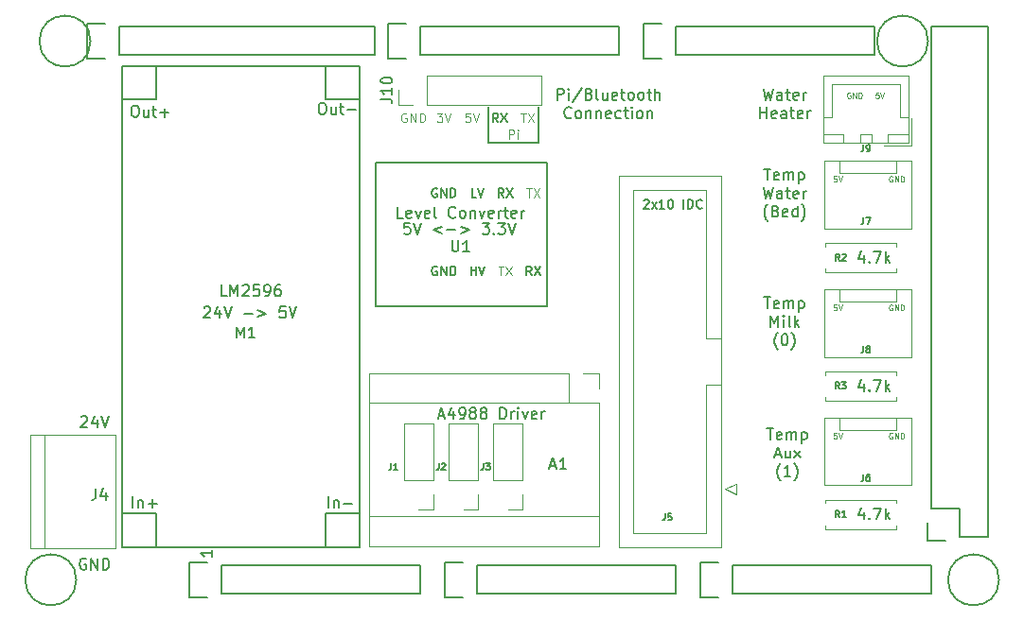
<source format=gto>
G04 #@! TF.GenerationSoftware,KiCad,Pcbnew,5.1.6-c6e7f7d~87~ubuntu18.04.1*
G04 #@! TF.CreationDate,2021-05-18T20:00:01+01:00*
G04 #@! TF.ProjectId,CheeseShield,43686565-7365-4536-9869-656c642e6b69,rev?*
G04 #@! TF.SameCoordinates,Original*
G04 #@! TF.FileFunction,Legend,Top*
G04 #@! TF.FilePolarity,Positive*
%FSLAX46Y46*%
G04 Gerber Fmt 4.6, Leading zero omitted, Abs format (unit mm)*
G04 Created by KiCad (PCBNEW 5.1.6-c6e7f7d~87~ubuntu18.04.1) date 2021-05-18 20:00:01*
%MOMM*%
%LPD*%
G01*
G04 APERTURE LIST*
%ADD10C,0.150000*%
%ADD11C,0.125000*%
%ADD12C,0.100000*%
%ADD13C,0.200000*%
%ADD14C,0.120000*%
G04 APERTURE END LIST*
D10*
X86366666Y-7861904D02*
X86100000Y-7480952D01*
X85909523Y-7861904D02*
X85909523Y-7061904D01*
X86214285Y-7061904D01*
X86290476Y-7100000D01*
X86328571Y-7138095D01*
X86366666Y-7214285D01*
X86366666Y-7328571D01*
X86328571Y-7404761D01*
X86290476Y-7442857D01*
X86214285Y-7480952D01*
X85909523Y-7480952D01*
X86633333Y-7061904D02*
X87166666Y-7861904D01*
X87166666Y-7061904D02*
X86633333Y-7861904D01*
D11*
X83390476Y-7061904D02*
X83847619Y-7061904D01*
X83619047Y-7861904D02*
X83619047Y-7061904D01*
X84038095Y-7061904D02*
X84571428Y-7861904D01*
X84571428Y-7061904D02*
X84038095Y-7861904D01*
D10*
X83866666Y-861904D02*
X83600000Y-480952D01*
X83409523Y-861904D02*
X83409523Y-61904D01*
X83714285Y-61904D01*
X83790476Y-100000D01*
X83828571Y-138095D01*
X83866666Y-214285D01*
X83866666Y-328571D01*
X83828571Y-404761D01*
X83790476Y-442857D01*
X83714285Y-480952D01*
X83409523Y-480952D01*
X84133333Y-61904D02*
X84666666Y-861904D01*
X84666666Y-61904D02*
X84133333Y-861904D01*
D11*
X85890476Y-61904D02*
X86347619Y-61904D01*
X86119047Y-861904D02*
X86119047Y-61904D01*
X86538095Y-61904D02*
X87071428Y-861904D01*
X87071428Y-61904D02*
X86538095Y-861904D01*
D10*
X88654761Y7872619D02*
X88654761Y8872619D01*
X89035714Y8872619D01*
X89130952Y8825000D01*
X89178571Y8777380D01*
X89226190Y8682142D01*
X89226190Y8539285D01*
X89178571Y8444047D01*
X89130952Y8396428D01*
X89035714Y8348809D01*
X88654761Y8348809D01*
X89654761Y7872619D02*
X89654761Y8539285D01*
X89654761Y8872619D02*
X89607142Y8825000D01*
X89654761Y8777380D01*
X89702380Y8825000D01*
X89654761Y8872619D01*
X89654761Y8777380D01*
X90845238Y8920238D02*
X89988095Y7634523D01*
X91511904Y8396428D02*
X91654761Y8348809D01*
X91702380Y8301190D01*
X91750000Y8205952D01*
X91750000Y8063095D01*
X91702380Y7967857D01*
X91654761Y7920238D01*
X91559523Y7872619D01*
X91178571Y7872619D01*
X91178571Y8872619D01*
X91511904Y8872619D01*
X91607142Y8825000D01*
X91654761Y8777380D01*
X91702380Y8682142D01*
X91702380Y8586904D01*
X91654761Y8491666D01*
X91607142Y8444047D01*
X91511904Y8396428D01*
X91178571Y8396428D01*
X92321428Y7872619D02*
X92226190Y7920238D01*
X92178571Y8015476D01*
X92178571Y8872619D01*
X93130952Y8539285D02*
X93130952Y7872619D01*
X92702380Y8539285D02*
X92702380Y8015476D01*
X92750000Y7920238D01*
X92845238Y7872619D01*
X92988095Y7872619D01*
X93083333Y7920238D01*
X93130952Y7967857D01*
X93988095Y7920238D02*
X93892857Y7872619D01*
X93702380Y7872619D01*
X93607142Y7920238D01*
X93559523Y8015476D01*
X93559523Y8396428D01*
X93607142Y8491666D01*
X93702380Y8539285D01*
X93892857Y8539285D01*
X93988095Y8491666D01*
X94035714Y8396428D01*
X94035714Y8301190D01*
X93559523Y8205952D01*
X94321428Y8539285D02*
X94702380Y8539285D01*
X94464285Y8872619D02*
X94464285Y8015476D01*
X94511904Y7920238D01*
X94607142Y7872619D01*
X94702380Y7872619D01*
X95178571Y7872619D02*
X95083333Y7920238D01*
X95035714Y7967857D01*
X94988095Y8063095D01*
X94988095Y8348809D01*
X95035714Y8444047D01*
X95083333Y8491666D01*
X95178571Y8539285D01*
X95321428Y8539285D01*
X95416666Y8491666D01*
X95464285Y8444047D01*
X95511904Y8348809D01*
X95511904Y8063095D01*
X95464285Y7967857D01*
X95416666Y7920238D01*
X95321428Y7872619D01*
X95178571Y7872619D01*
X96083333Y7872619D02*
X95988095Y7920238D01*
X95940476Y7967857D01*
X95892857Y8063095D01*
X95892857Y8348809D01*
X95940476Y8444047D01*
X95988095Y8491666D01*
X96083333Y8539285D01*
X96226190Y8539285D01*
X96321428Y8491666D01*
X96369047Y8444047D01*
X96416666Y8348809D01*
X96416666Y8063095D01*
X96369047Y7967857D01*
X96321428Y7920238D01*
X96226190Y7872619D01*
X96083333Y7872619D01*
X96702380Y8539285D02*
X97083333Y8539285D01*
X96845238Y8872619D02*
X96845238Y8015476D01*
X96892857Y7920238D01*
X96988095Y7872619D01*
X97083333Y7872619D01*
X97416666Y7872619D02*
X97416666Y8872619D01*
X97845238Y7872619D02*
X97845238Y8396428D01*
X97797619Y8491666D01*
X97702380Y8539285D01*
X97559523Y8539285D01*
X97464285Y8491666D01*
X97416666Y8444047D01*
X89916666Y6317857D02*
X89869047Y6270238D01*
X89726190Y6222619D01*
X89630952Y6222619D01*
X89488095Y6270238D01*
X89392857Y6365476D01*
X89345238Y6460714D01*
X89297619Y6651190D01*
X89297619Y6794047D01*
X89345238Y6984523D01*
X89392857Y7079761D01*
X89488095Y7175000D01*
X89630952Y7222619D01*
X89726190Y7222619D01*
X89869047Y7175000D01*
X89916666Y7127380D01*
X90488095Y6222619D02*
X90392857Y6270238D01*
X90345238Y6317857D01*
X90297619Y6413095D01*
X90297619Y6698809D01*
X90345238Y6794047D01*
X90392857Y6841666D01*
X90488095Y6889285D01*
X90630952Y6889285D01*
X90726190Y6841666D01*
X90773809Y6794047D01*
X90821428Y6698809D01*
X90821428Y6413095D01*
X90773809Y6317857D01*
X90726190Y6270238D01*
X90630952Y6222619D01*
X90488095Y6222619D01*
X91250000Y6889285D02*
X91250000Y6222619D01*
X91250000Y6794047D02*
X91297619Y6841666D01*
X91392857Y6889285D01*
X91535714Y6889285D01*
X91630952Y6841666D01*
X91678571Y6746428D01*
X91678571Y6222619D01*
X92154761Y6889285D02*
X92154761Y6222619D01*
X92154761Y6794047D02*
X92202380Y6841666D01*
X92297619Y6889285D01*
X92440476Y6889285D01*
X92535714Y6841666D01*
X92583333Y6746428D01*
X92583333Y6222619D01*
X93440476Y6270238D02*
X93345238Y6222619D01*
X93154761Y6222619D01*
X93059523Y6270238D01*
X93011904Y6365476D01*
X93011904Y6746428D01*
X93059523Y6841666D01*
X93154761Y6889285D01*
X93345238Y6889285D01*
X93440476Y6841666D01*
X93488095Y6746428D01*
X93488095Y6651190D01*
X93011904Y6555952D01*
X94345238Y6270238D02*
X94250000Y6222619D01*
X94059523Y6222619D01*
X93964285Y6270238D01*
X93916666Y6317857D01*
X93869047Y6413095D01*
X93869047Y6698809D01*
X93916666Y6794047D01*
X93964285Y6841666D01*
X94059523Y6889285D01*
X94250000Y6889285D01*
X94345238Y6841666D01*
X94630952Y6889285D02*
X95011904Y6889285D01*
X94773809Y7222619D02*
X94773809Y6365476D01*
X94821428Y6270238D01*
X94916666Y6222619D01*
X95011904Y6222619D01*
X95345238Y6222619D02*
X95345238Y6889285D01*
X95345238Y7222619D02*
X95297619Y7175000D01*
X95345238Y7127380D01*
X95392857Y7175000D01*
X95345238Y7222619D01*
X95345238Y7127380D01*
X95964285Y6222619D02*
X95869047Y6270238D01*
X95821428Y6317857D01*
X95773809Y6413095D01*
X95773809Y6698809D01*
X95821428Y6794047D01*
X95869047Y6841666D01*
X95964285Y6889285D01*
X96107142Y6889285D01*
X96202380Y6841666D01*
X96250000Y6794047D01*
X96297619Y6698809D01*
X96297619Y6413095D01*
X96250000Y6317857D01*
X96202380Y6270238D01*
X96107142Y6222619D01*
X95964285Y6222619D01*
X96726190Y6889285D02*
X96726190Y6222619D01*
X96726190Y6794047D02*
X96773809Y6841666D01*
X96869047Y6889285D01*
X97011904Y6889285D01*
X97107142Y6841666D01*
X97154761Y6746428D01*
X97154761Y6222619D01*
X67547619Y7597619D02*
X67738095Y7597619D01*
X67833333Y7550000D01*
X67928571Y7454761D01*
X67976190Y7264285D01*
X67976190Y6930952D01*
X67928571Y6740476D01*
X67833333Y6645238D01*
X67738095Y6597619D01*
X67547619Y6597619D01*
X67452380Y6645238D01*
X67357142Y6740476D01*
X67309523Y6930952D01*
X67309523Y7264285D01*
X67357142Y7454761D01*
X67452380Y7550000D01*
X67547619Y7597619D01*
X68833333Y7264285D02*
X68833333Y6597619D01*
X68404761Y7264285D02*
X68404761Y6740476D01*
X68452380Y6645238D01*
X68547619Y6597619D01*
X68690476Y6597619D01*
X68785714Y6645238D01*
X68833333Y6692857D01*
X69166666Y7264285D02*
X69547619Y7264285D01*
X69309523Y7597619D02*
X69309523Y6740476D01*
X69357142Y6645238D01*
X69452380Y6597619D01*
X69547619Y6597619D01*
X69880952Y6978571D02*
X70642857Y6978571D01*
X96390476Y-1138095D02*
X96428571Y-1100000D01*
X96504761Y-1061904D01*
X96695238Y-1061904D01*
X96771428Y-1100000D01*
X96809523Y-1138095D01*
X96847619Y-1214285D01*
X96847619Y-1290476D01*
X96809523Y-1404761D01*
X96352380Y-1861904D01*
X96847619Y-1861904D01*
X97114285Y-1861904D02*
X97533333Y-1328571D01*
X97114285Y-1328571D02*
X97533333Y-1861904D01*
X98257142Y-1861904D02*
X97800000Y-1861904D01*
X98028571Y-1861904D02*
X98028571Y-1061904D01*
X97952380Y-1176190D01*
X97876190Y-1252380D01*
X97800000Y-1290476D01*
X98752380Y-1061904D02*
X98828571Y-1061904D01*
X98904761Y-1100000D01*
X98942857Y-1138095D01*
X98980952Y-1214285D01*
X99019047Y-1366666D01*
X99019047Y-1557142D01*
X98980952Y-1709523D01*
X98942857Y-1785714D01*
X98904761Y-1823809D01*
X98828571Y-1861904D01*
X98752380Y-1861904D01*
X98676190Y-1823809D01*
X98638095Y-1785714D01*
X98600000Y-1709523D01*
X98561904Y-1557142D01*
X98561904Y-1366666D01*
X98600000Y-1214285D01*
X98638095Y-1138095D01*
X98676190Y-1100000D01*
X98752380Y-1061904D01*
X99971428Y-1861904D02*
X99971428Y-1061904D01*
X100352380Y-1861904D02*
X100352380Y-1061904D01*
X100542857Y-1061904D01*
X100657142Y-1100000D01*
X100733333Y-1176190D01*
X100771428Y-1252380D01*
X100809523Y-1404761D01*
X100809523Y-1519047D01*
X100771428Y-1671428D01*
X100733333Y-1747619D01*
X100657142Y-1823809D01*
X100542857Y-1861904D01*
X100352380Y-1861904D01*
X101609523Y-1785714D02*
X101571428Y-1823809D01*
X101457142Y-1861904D01*
X101380952Y-1861904D01*
X101266666Y-1823809D01*
X101190476Y-1747619D01*
X101152380Y-1671428D01*
X101114285Y-1519047D01*
X101114285Y-1404761D01*
X101152380Y-1252380D01*
X101190476Y-1176190D01*
X101266666Y-1100000D01*
X101380952Y-1061904D01*
X101457142Y-1061904D01*
X101571428Y-1100000D01*
X101609523Y-1138095D01*
X75471428Y-3152380D02*
X74995238Y-3152380D01*
X74947619Y-3628571D01*
X74995238Y-3580952D01*
X75090476Y-3533333D01*
X75328571Y-3533333D01*
X75423809Y-3580952D01*
X75471428Y-3628571D01*
X75519047Y-3723809D01*
X75519047Y-3961904D01*
X75471428Y-4057142D01*
X75423809Y-4104761D01*
X75328571Y-4152380D01*
X75090476Y-4152380D01*
X74995238Y-4104761D01*
X74947619Y-4057142D01*
X75804761Y-3152380D02*
X76138095Y-4152380D01*
X76471428Y-3152380D01*
X78328571Y-3485714D02*
X77566666Y-3771428D01*
X78328571Y-4057142D01*
X78804761Y-3771428D02*
X79566666Y-3771428D01*
X80042857Y-3485714D02*
X80804761Y-3771428D01*
X80042857Y-4057142D01*
X81947619Y-3152380D02*
X82566666Y-3152380D01*
X82233333Y-3533333D01*
X82376190Y-3533333D01*
X82471428Y-3580952D01*
X82519047Y-3628571D01*
X82566666Y-3723809D01*
X82566666Y-3961904D01*
X82519047Y-4057142D01*
X82471428Y-4104761D01*
X82376190Y-4152380D01*
X82090476Y-4152380D01*
X81995238Y-4104761D01*
X81947619Y-4057142D01*
X82995238Y-4057142D02*
X83042857Y-4104761D01*
X82995238Y-4152380D01*
X82947619Y-4104761D01*
X82995238Y-4057142D01*
X82995238Y-4152380D01*
X83376190Y-3152380D02*
X83995238Y-3152380D01*
X83661904Y-3533333D01*
X83804761Y-3533333D01*
X83900000Y-3580952D01*
X83947619Y-3628571D01*
X83995238Y-3723809D01*
X83995238Y-3961904D01*
X83947619Y-4057142D01*
X83900000Y-4104761D01*
X83804761Y-4152380D01*
X83519047Y-4152380D01*
X83423809Y-4104761D01*
X83376190Y-4057142D01*
X84280952Y-3152380D02*
X84614285Y-4152380D01*
X84947619Y-3152380D01*
X74880952Y-2702380D02*
X74404761Y-2702380D01*
X74404761Y-1702380D01*
X75595238Y-2654761D02*
X75500000Y-2702380D01*
X75309523Y-2702380D01*
X75214285Y-2654761D01*
X75166666Y-2559523D01*
X75166666Y-2178571D01*
X75214285Y-2083333D01*
X75309523Y-2035714D01*
X75500000Y-2035714D01*
X75595238Y-2083333D01*
X75642857Y-2178571D01*
X75642857Y-2273809D01*
X75166666Y-2369047D01*
X75976190Y-2035714D02*
X76214285Y-2702380D01*
X76452380Y-2035714D01*
X77214285Y-2654761D02*
X77119047Y-2702380D01*
X76928571Y-2702380D01*
X76833333Y-2654761D01*
X76785714Y-2559523D01*
X76785714Y-2178571D01*
X76833333Y-2083333D01*
X76928571Y-2035714D01*
X77119047Y-2035714D01*
X77214285Y-2083333D01*
X77261904Y-2178571D01*
X77261904Y-2273809D01*
X76785714Y-2369047D01*
X77833333Y-2702380D02*
X77738095Y-2654761D01*
X77690476Y-2559523D01*
X77690476Y-1702380D01*
X79547619Y-2607142D02*
X79500000Y-2654761D01*
X79357142Y-2702380D01*
X79261904Y-2702380D01*
X79119047Y-2654761D01*
X79023809Y-2559523D01*
X78976190Y-2464285D01*
X78928571Y-2273809D01*
X78928571Y-2130952D01*
X78976190Y-1940476D01*
X79023809Y-1845238D01*
X79119047Y-1750000D01*
X79261904Y-1702380D01*
X79357142Y-1702380D01*
X79500000Y-1750000D01*
X79547619Y-1797619D01*
X80119047Y-2702380D02*
X80023809Y-2654761D01*
X79976190Y-2607142D01*
X79928571Y-2511904D01*
X79928571Y-2226190D01*
X79976190Y-2130952D01*
X80023809Y-2083333D01*
X80119047Y-2035714D01*
X80261904Y-2035714D01*
X80357142Y-2083333D01*
X80404761Y-2130952D01*
X80452380Y-2226190D01*
X80452380Y-2511904D01*
X80404761Y-2607142D01*
X80357142Y-2654761D01*
X80261904Y-2702380D01*
X80119047Y-2702380D01*
X80880952Y-2035714D02*
X80880952Y-2702380D01*
X80880952Y-2130952D02*
X80928571Y-2083333D01*
X81023809Y-2035714D01*
X81166666Y-2035714D01*
X81261904Y-2083333D01*
X81309523Y-2178571D01*
X81309523Y-2702380D01*
X81690476Y-2035714D02*
X81928571Y-2702380D01*
X82166666Y-2035714D01*
X82928571Y-2654761D02*
X82833333Y-2702380D01*
X82642857Y-2702380D01*
X82547619Y-2654761D01*
X82500000Y-2559523D01*
X82500000Y-2178571D01*
X82547619Y-2083333D01*
X82642857Y-2035714D01*
X82833333Y-2035714D01*
X82928571Y-2083333D01*
X82976190Y-2178571D01*
X82976190Y-2273809D01*
X82500000Y-2369047D01*
X83404761Y-2702380D02*
X83404761Y-2035714D01*
X83404761Y-2226190D02*
X83452380Y-2130952D01*
X83500000Y-2083333D01*
X83595238Y-2035714D01*
X83690476Y-2035714D01*
X83880952Y-2035714D02*
X84261904Y-2035714D01*
X84023809Y-1702380D02*
X84023809Y-2559523D01*
X84071428Y-2654761D01*
X84166666Y-2702380D01*
X84261904Y-2702380D01*
X84976190Y-2654761D02*
X84880952Y-2702380D01*
X84690476Y-2702380D01*
X84595238Y-2654761D01*
X84547619Y-2559523D01*
X84547619Y-2178571D01*
X84595238Y-2083333D01*
X84690476Y-2035714D01*
X84880952Y-2035714D01*
X84976190Y-2083333D01*
X85023809Y-2178571D01*
X85023809Y-2273809D01*
X84547619Y-2369047D01*
X85452380Y-2702380D02*
X85452380Y-2035714D01*
X85452380Y-2226190D02*
X85500000Y-2130952D01*
X85547619Y-2083333D01*
X85642857Y-2035714D01*
X85738095Y-2035714D01*
X87000000Y4000000D02*
X87000000Y7250000D01*
X82500000Y4000000D02*
X87000000Y4000000D01*
X82500000Y7250000D02*
X82500000Y4000000D01*
D11*
X84350000Y4388095D02*
X84350000Y5188095D01*
X84654761Y5188095D01*
X84730952Y5150000D01*
X84769047Y5111904D01*
X84807142Y5035714D01*
X84807142Y4921428D01*
X84769047Y4845238D01*
X84730952Y4807142D01*
X84654761Y4769047D01*
X84350000Y4769047D01*
X85150000Y4388095D02*
X85150000Y4921428D01*
X85150000Y5188095D02*
X85111904Y5150000D01*
X85150000Y5111904D01*
X85188095Y5150000D01*
X85150000Y5188095D01*
X85150000Y5111904D01*
X77890476Y6688095D02*
X78385714Y6688095D01*
X78119047Y6383333D01*
X78233333Y6383333D01*
X78309523Y6345238D01*
X78347619Y6307142D01*
X78385714Y6230952D01*
X78385714Y6040476D01*
X78347619Y5964285D01*
X78309523Y5926190D01*
X78233333Y5888095D01*
X78004761Y5888095D01*
X77928571Y5926190D01*
X77890476Y5964285D01*
X78614285Y6688095D02*
X78880952Y5888095D01*
X79147619Y6688095D01*
D10*
X83366666Y5888095D02*
X83100000Y6269047D01*
X82909523Y5888095D02*
X82909523Y6688095D01*
X83214285Y6688095D01*
X83290476Y6650000D01*
X83328571Y6611904D01*
X83366666Y6535714D01*
X83366666Y6421428D01*
X83328571Y6345238D01*
X83290476Y6307142D01*
X83214285Y6269047D01*
X82909523Y6269047D01*
X83633333Y6688095D02*
X84166666Y5888095D01*
X84166666Y6688095D02*
X83633333Y5888095D01*
D11*
X85390476Y6688095D02*
X85847619Y6688095D01*
X85619047Y5888095D02*
X85619047Y6688095D01*
X86038095Y6688095D02*
X86571428Y5888095D01*
X86571428Y6688095D02*
X86038095Y5888095D01*
X75140476Y6650000D02*
X75064285Y6688095D01*
X74950000Y6688095D01*
X74835714Y6650000D01*
X74759523Y6573809D01*
X74721428Y6497619D01*
X74683333Y6345238D01*
X74683333Y6230952D01*
X74721428Y6078571D01*
X74759523Y6002380D01*
X74835714Y5926190D01*
X74950000Y5888095D01*
X75026190Y5888095D01*
X75140476Y5926190D01*
X75178571Y5964285D01*
X75178571Y6230952D01*
X75026190Y6230952D01*
X75521428Y5888095D02*
X75521428Y6688095D01*
X75978571Y5888095D01*
X75978571Y6688095D01*
X76359523Y5888095D02*
X76359523Y6688095D01*
X76550000Y6688095D01*
X76664285Y6650000D01*
X76740476Y6573809D01*
X76778571Y6497619D01*
X76816666Y6345238D01*
X76816666Y6230952D01*
X76778571Y6078571D01*
X76740476Y6002380D01*
X76664285Y5926190D01*
X76550000Y5888095D01*
X76359523Y5888095D01*
X80847619Y6688095D02*
X80466666Y6688095D01*
X80428571Y6307142D01*
X80466666Y6345238D01*
X80542857Y6383333D01*
X80733333Y6383333D01*
X80809523Y6345238D01*
X80847619Y6307142D01*
X80885714Y6230952D01*
X80885714Y6040476D01*
X80847619Y5964285D01*
X80809523Y5926190D01*
X80733333Y5888095D01*
X80542857Y5888095D01*
X80466666Y5926190D01*
X80428571Y5964285D01*
X81114285Y6688095D02*
X81380952Y5888095D01*
X81647619Y6688095D01*
D12*
X113654761Y1023809D02*
X113416666Y1023809D01*
X113392857Y785714D01*
X113416666Y809523D01*
X113464285Y833333D01*
X113583333Y833333D01*
X113630952Y809523D01*
X113654761Y785714D01*
X113678571Y738095D01*
X113678571Y619047D01*
X113654761Y571428D01*
X113630952Y547619D01*
X113583333Y523809D01*
X113464285Y523809D01*
X113416666Y547619D01*
X113392857Y571428D01*
X113821428Y1023809D02*
X113988095Y523809D01*
X114154761Y1023809D01*
X113654761Y-10476190D02*
X113416666Y-10476190D01*
X113392857Y-10714285D01*
X113416666Y-10690476D01*
X113464285Y-10666666D01*
X113583333Y-10666666D01*
X113630952Y-10690476D01*
X113654761Y-10714285D01*
X113678571Y-10761904D01*
X113678571Y-10880952D01*
X113654761Y-10928571D01*
X113630952Y-10952380D01*
X113583333Y-10976190D01*
X113464285Y-10976190D01*
X113416666Y-10952380D01*
X113392857Y-10928571D01*
X113821428Y-10476190D02*
X113988095Y-10976190D01*
X114154761Y-10476190D01*
X113654761Y-21976190D02*
X113416666Y-21976190D01*
X113392857Y-22214285D01*
X113416666Y-22190476D01*
X113464285Y-22166666D01*
X113583333Y-22166666D01*
X113630952Y-22190476D01*
X113654761Y-22214285D01*
X113678571Y-22261904D01*
X113678571Y-22380952D01*
X113654761Y-22428571D01*
X113630952Y-22452380D01*
X113583333Y-22476190D01*
X113464285Y-22476190D01*
X113416666Y-22452380D01*
X113392857Y-22428571D01*
X113821428Y-21976190D02*
X113988095Y-22476190D01*
X114154761Y-21976190D01*
X118619047Y-22000000D02*
X118571428Y-21976190D01*
X118500000Y-21976190D01*
X118428571Y-22000000D01*
X118380952Y-22047619D01*
X118357142Y-22095238D01*
X118333333Y-22190476D01*
X118333333Y-22261904D01*
X118357142Y-22357142D01*
X118380952Y-22404761D01*
X118428571Y-22452380D01*
X118500000Y-22476190D01*
X118547619Y-22476190D01*
X118619047Y-22452380D01*
X118642857Y-22428571D01*
X118642857Y-22261904D01*
X118547619Y-22261904D01*
X118857142Y-22476190D02*
X118857142Y-21976190D01*
X119142857Y-22476190D01*
X119142857Y-21976190D01*
X119380952Y-22476190D02*
X119380952Y-21976190D01*
X119500000Y-21976190D01*
X119571428Y-22000000D01*
X119619047Y-22047619D01*
X119642857Y-22095238D01*
X119666666Y-22190476D01*
X119666666Y-22261904D01*
X119642857Y-22357142D01*
X119619047Y-22404761D01*
X119571428Y-22452380D01*
X119500000Y-22476190D01*
X119380952Y-22476190D01*
X118619047Y-10500000D02*
X118571428Y-10476190D01*
X118500000Y-10476190D01*
X118428571Y-10500000D01*
X118380952Y-10547619D01*
X118357142Y-10595238D01*
X118333333Y-10690476D01*
X118333333Y-10761904D01*
X118357142Y-10857142D01*
X118380952Y-10904761D01*
X118428571Y-10952380D01*
X118500000Y-10976190D01*
X118547619Y-10976190D01*
X118619047Y-10952380D01*
X118642857Y-10928571D01*
X118642857Y-10761904D01*
X118547619Y-10761904D01*
X118857142Y-10976190D02*
X118857142Y-10476190D01*
X119142857Y-10976190D01*
X119142857Y-10476190D01*
X119380952Y-10976190D02*
X119380952Y-10476190D01*
X119500000Y-10476190D01*
X119571428Y-10500000D01*
X119619047Y-10547619D01*
X119642857Y-10595238D01*
X119666666Y-10690476D01*
X119666666Y-10761904D01*
X119642857Y-10857142D01*
X119619047Y-10904761D01*
X119571428Y-10952380D01*
X119500000Y-10976190D01*
X119380952Y-10976190D01*
X118619047Y1000000D02*
X118571428Y1023809D01*
X118500000Y1023809D01*
X118428571Y1000000D01*
X118380952Y952380D01*
X118357142Y904761D01*
X118333333Y809523D01*
X118333333Y738095D01*
X118357142Y642857D01*
X118380952Y595238D01*
X118428571Y547619D01*
X118500000Y523809D01*
X118547619Y523809D01*
X118619047Y547619D01*
X118642857Y571428D01*
X118642857Y738095D01*
X118547619Y738095D01*
X118857142Y523809D02*
X118857142Y1023809D01*
X119142857Y523809D01*
X119142857Y1023809D01*
X119380952Y523809D02*
X119380952Y1023809D01*
X119500000Y1023809D01*
X119571428Y1000000D01*
X119619047Y952380D01*
X119642857Y904761D01*
X119666666Y809523D01*
X119666666Y738095D01*
X119642857Y642857D01*
X119619047Y595238D01*
X119571428Y547619D01*
X119500000Y523809D01*
X119380952Y523809D01*
D11*
X117404761Y8523809D02*
X117166666Y8523809D01*
X117142857Y8285714D01*
X117166666Y8309523D01*
X117214285Y8333333D01*
X117333333Y8333333D01*
X117380952Y8309523D01*
X117404761Y8285714D01*
X117428571Y8238095D01*
X117428571Y8119047D01*
X117404761Y8071428D01*
X117380952Y8047619D01*
X117333333Y8023809D01*
X117214285Y8023809D01*
X117166666Y8047619D01*
X117142857Y8071428D01*
X117571428Y8523809D02*
X117738095Y8023809D01*
X117904761Y8523809D01*
D12*
X114869047Y8500000D02*
X114821428Y8523809D01*
X114750000Y8523809D01*
X114678571Y8500000D01*
X114630952Y8452380D01*
X114607142Y8404761D01*
X114583333Y8309523D01*
X114583333Y8238095D01*
X114607142Y8142857D01*
X114630952Y8095238D01*
X114678571Y8047619D01*
X114750000Y8023809D01*
X114797619Y8023809D01*
X114869047Y8047619D01*
X114892857Y8071428D01*
X114892857Y8238095D01*
X114797619Y8238095D01*
X115107142Y8023809D02*
X115107142Y8523809D01*
X115392857Y8023809D01*
X115392857Y8523809D01*
X115630952Y8023809D02*
X115630952Y8523809D01*
X115750000Y8523809D01*
X115821428Y8500000D01*
X115869047Y8452380D01*
X115892857Y8404761D01*
X115916666Y8309523D01*
X115916666Y8238095D01*
X115892857Y8142857D01*
X115869047Y8095238D01*
X115821428Y8047619D01*
X115750000Y8023809D01*
X115630952Y8023809D01*
D10*
X78059523Y-20416666D02*
X78535714Y-20416666D01*
X77964285Y-20702380D02*
X78297619Y-19702380D01*
X78630952Y-20702380D01*
X79392857Y-20035714D02*
X79392857Y-20702380D01*
X79154761Y-19654761D02*
X78916666Y-20369047D01*
X79535714Y-20369047D01*
X79964285Y-20702380D02*
X80154761Y-20702380D01*
X80250000Y-20654761D01*
X80297619Y-20607142D01*
X80392857Y-20464285D01*
X80440476Y-20273809D01*
X80440476Y-19892857D01*
X80392857Y-19797619D01*
X80345238Y-19750000D01*
X80250000Y-19702380D01*
X80059523Y-19702380D01*
X79964285Y-19750000D01*
X79916666Y-19797619D01*
X79869047Y-19892857D01*
X79869047Y-20130952D01*
X79916666Y-20226190D01*
X79964285Y-20273809D01*
X80059523Y-20321428D01*
X80250000Y-20321428D01*
X80345238Y-20273809D01*
X80392857Y-20226190D01*
X80440476Y-20130952D01*
X81011904Y-20130952D02*
X80916666Y-20083333D01*
X80869047Y-20035714D01*
X80821428Y-19940476D01*
X80821428Y-19892857D01*
X80869047Y-19797619D01*
X80916666Y-19750000D01*
X81011904Y-19702380D01*
X81202380Y-19702380D01*
X81297619Y-19750000D01*
X81345238Y-19797619D01*
X81392857Y-19892857D01*
X81392857Y-19940476D01*
X81345238Y-20035714D01*
X81297619Y-20083333D01*
X81202380Y-20130952D01*
X81011904Y-20130952D01*
X80916666Y-20178571D01*
X80869047Y-20226190D01*
X80821428Y-20321428D01*
X80821428Y-20511904D01*
X80869047Y-20607142D01*
X80916666Y-20654761D01*
X81011904Y-20702380D01*
X81202380Y-20702380D01*
X81297619Y-20654761D01*
X81345238Y-20607142D01*
X81392857Y-20511904D01*
X81392857Y-20321428D01*
X81345238Y-20226190D01*
X81297619Y-20178571D01*
X81202380Y-20130952D01*
X81964285Y-20130952D02*
X81869047Y-20083333D01*
X81821428Y-20035714D01*
X81773809Y-19940476D01*
X81773809Y-19892857D01*
X81821428Y-19797619D01*
X81869047Y-19750000D01*
X81964285Y-19702380D01*
X82154761Y-19702380D01*
X82250000Y-19750000D01*
X82297619Y-19797619D01*
X82345238Y-19892857D01*
X82345238Y-19940476D01*
X82297619Y-20035714D01*
X82250000Y-20083333D01*
X82154761Y-20130952D01*
X81964285Y-20130952D01*
X81869047Y-20178571D01*
X81821428Y-20226190D01*
X81773809Y-20321428D01*
X81773809Y-20511904D01*
X81821428Y-20607142D01*
X81869047Y-20654761D01*
X81964285Y-20702380D01*
X82154761Y-20702380D01*
X82250000Y-20654761D01*
X82297619Y-20607142D01*
X82345238Y-20511904D01*
X82345238Y-20321428D01*
X82297619Y-20226190D01*
X82250000Y-20178571D01*
X82154761Y-20130952D01*
X83535714Y-20702380D02*
X83535714Y-19702380D01*
X83773809Y-19702380D01*
X83916666Y-19750000D01*
X84011904Y-19845238D01*
X84059523Y-19940476D01*
X84107142Y-20130952D01*
X84107142Y-20273809D01*
X84059523Y-20464285D01*
X84011904Y-20559523D01*
X83916666Y-20654761D01*
X83773809Y-20702380D01*
X83535714Y-20702380D01*
X84535714Y-20702380D02*
X84535714Y-20035714D01*
X84535714Y-20226190D02*
X84583333Y-20130952D01*
X84630952Y-20083333D01*
X84726190Y-20035714D01*
X84821428Y-20035714D01*
X85154761Y-20702380D02*
X85154761Y-20035714D01*
X85154761Y-19702380D02*
X85107142Y-19750000D01*
X85154761Y-19797619D01*
X85202380Y-19750000D01*
X85154761Y-19702380D01*
X85154761Y-19797619D01*
X85535714Y-20035714D02*
X85773809Y-20702380D01*
X86011904Y-20035714D01*
X86773809Y-20654761D02*
X86678571Y-20702380D01*
X86488095Y-20702380D01*
X86392857Y-20654761D01*
X86345238Y-20559523D01*
X86345238Y-20178571D01*
X86392857Y-20083333D01*
X86488095Y-20035714D01*
X86678571Y-20035714D01*
X86773809Y-20083333D01*
X86821428Y-20178571D01*
X86821428Y-20273809D01*
X86345238Y-20369047D01*
X87250000Y-20702380D02*
X87250000Y-20035714D01*
X87250000Y-20226190D02*
X87297619Y-20130952D01*
X87345238Y-20083333D01*
X87440476Y-20035714D01*
X87535714Y-20035714D01*
X107095238Y8872619D02*
X107333333Y7872619D01*
X107523809Y8586904D01*
X107714285Y7872619D01*
X107952380Y8872619D01*
X108761904Y7872619D02*
X108761904Y8396428D01*
X108714285Y8491666D01*
X108619047Y8539285D01*
X108428571Y8539285D01*
X108333333Y8491666D01*
X108761904Y7920238D02*
X108666666Y7872619D01*
X108428571Y7872619D01*
X108333333Y7920238D01*
X108285714Y8015476D01*
X108285714Y8110714D01*
X108333333Y8205952D01*
X108428571Y8253571D01*
X108666666Y8253571D01*
X108761904Y8301190D01*
X109095238Y8539285D02*
X109476190Y8539285D01*
X109238095Y8872619D02*
X109238095Y8015476D01*
X109285714Y7920238D01*
X109380952Y7872619D01*
X109476190Y7872619D01*
X110190476Y7920238D02*
X110095238Y7872619D01*
X109904761Y7872619D01*
X109809523Y7920238D01*
X109761904Y8015476D01*
X109761904Y8396428D01*
X109809523Y8491666D01*
X109904761Y8539285D01*
X110095238Y8539285D01*
X110190476Y8491666D01*
X110238095Y8396428D01*
X110238095Y8301190D01*
X109761904Y8205952D01*
X110666666Y7872619D02*
X110666666Y8539285D01*
X110666666Y8348809D02*
X110714285Y8444047D01*
X110761904Y8491666D01*
X110857142Y8539285D01*
X110952380Y8539285D01*
X106809523Y6222619D02*
X106809523Y7222619D01*
X106809523Y6746428D02*
X107380952Y6746428D01*
X107380952Y6222619D02*
X107380952Y7222619D01*
X108238095Y6270238D02*
X108142857Y6222619D01*
X107952380Y6222619D01*
X107857142Y6270238D01*
X107809523Y6365476D01*
X107809523Y6746428D01*
X107857142Y6841666D01*
X107952380Y6889285D01*
X108142857Y6889285D01*
X108238095Y6841666D01*
X108285714Y6746428D01*
X108285714Y6651190D01*
X107809523Y6555952D01*
X109142857Y6222619D02*
X109142857Y6746428D01*
X109095238Y6841666D01*
X109000000Y6889285D01*
X108809523Y6889285D01*
X108714285Y6841666D01*
X109142857Y6270238D02*
X109047619Y6222619D01*
X108809523Y6222619D01*
X108714285Y6270238D01*
X108666666Y6365476D01*
X108666666Y6460714D01*
X108714285Y6555952D01*
X108809523Y6603571D01*
X109047619Y6603571D01*
X109142857Y6651190D01*
X109476190Y6889285D02*
X109857142Y6889285D01*
X109619047Y7222619D02*
X109619047Y6365476D01*
X109666666Y6270238D01*
X109761904Y6222619D01*
X109857142Y6222619D01*
X110571428Y6270238D02*
X110476190Y6222619D01*
X110285714Y6222619D01*
X110190476Y6270238D01*
X110142857Y6365476D01*
X110142857Y6746428D01*
X110190476Y6841666D01*
X110285714Y6889285D01*
X110476190Y6889285D01*
X110571428Y6841666D01*
X110619047Y6746428D01*
X110619047Y6651190D01*
X110142857Y6555952D01*
X111047619Y6222619D02*
X111047619Y6889285D01*
X111047619Y6698809D02*
X111095238Y6794047D01*
X111142857Y6841666D01*
X111238095Y6889285D01*
X111333333Y6889285D01*
X107416666Y-21552380D02*
X107988095Y-21552380D01*
X107702380Y-22552380D02*
X107702380Y-21552380D01*
X108702380Y-22504761D02*
X108607142Y-22552380D01*
X108416666Y-22552380D01*
X108321428Y-22504761D01*
X108273809Y-22409523D01*
X108273809Y-22028571D01*
X108321428Y-21933333D01*
X108416666Y-21885714D01*
X108607142Y-21885714D01*
X108702380Y-21933333D01*
X108750000Y-22028571D01*
X108750000Y-22123809D01*
X108273809Y-22219047D01*
X109178571Y-22552380D02*
X109178571Y-21885714D01*
X109178571Y-21980952D02*
X109226190Y-21933333D01*
X109321428Y-21885714D01*
X109464285Y-21885714D01*
X109559523Y-21933333D01*
X109607142Y-22028571D01*
X109607142Y-22552380D01*
X109607142Y-22028571D02*
X109654761Y-21933333D01*
X109750000Y-21885714D01*
X109892857Y-21885714D01*
X109988095Y-21933333D01*
X110035714Y-22028571D01*
X110035714Y-22552380D01*
X110511904Y-21885714D02*
X110511904Y-22885714D01*
X110511904Y-21933333D02*
X110607142Y-21885714D01*
X110797619Y-21885714D01*
X110892857Y-21933333D01*
X110940476Y-21980952D01*
X110988095Y-22076190D01*
X110988095Y-22361904D01*
X110940476Y-22457142D01*
X110892857Y-22504761D01*
X110797619Y-22552380D01*
X110607142Y-22552380D01*
X110511904Y-22504761D01*
X108154761Y-23916666D02*
X108630952Y-23916666D01*
X108059523Y-24202380D02*
X108392857Y-23202380D01*
X108726190Y-24202380D01*
X109488095Y-23535714D02*
X109488095Y-24202380D01*
X109059523Y-23535714D02*
X109059523Y-24059523D01*
X109107142Y-24154761D01*
X109202380Y-24202380D01*
X109345238Y-24202380D01*
X109440476Y-24154761D01*
X109488095Y-24107142D01*
X109869047Y-24202380D02*
X110392857Y-23535714D01*
X109869047Y-23535714D02*
X110392857Y-24202380D01*
X108630952Y-26233333D02*
X108583333Y-26185714D01*
X108488095Y-26042857D01*
X108440476Y-25947619D01*
X108392857Y-25804761D01*
X108345238Y-25566666D01*
X108345238Y-25376190D01*
X108392857Y-25138095D01*
X108440476Y-24995238D01*
X108488095Y-24900000D01*
X108583333Y-24757142D01*
X108630952Y-24709523D01*
X109535714Y-25852380D02*
X108964285Y-25852380D01*
X109250000Y-25852380D02*
X109250000Y-24852380D01*
X109154761Y-24995238D01*
X109059523Y-25090476D01*
X108964285Y-25138095D01*
X109869047Y-26233333D02*
X109916666Y-26185714D01*
X110011904Y-26042857D01*
X110059523Y-25947619D01*
X110107142Y-25804761D01*
X110154761Y-25566666D01*
X110154761Y-25376190D01*
X110107142Y-25138095D01*
X110059523Y-24995238D01*
X110011904Y-24900000D01*
X109916666Y-24757142D01*
X109869047Y-24709523D01*
X107166666Y-9802380D02*
X107738095Y-9802380D01*
X107452380Y-10802380D02*
X107452380Y-9802380D01*
X108452380Y-10754761D02*
X108357142Y-10802380D01*
X108166666Y-10802380D01*
X108071428Y-10754761D01*
X108023809Y-10659523D01*
X108023809Y-10278571D01*
X108071428Y-10183333D01*
X108166666Y-10135714D01*
X108357142Y-10135714D01*
X108452380Y-10183333D01*
X108500000Y-10278571D01*
X108500000Y-10373809D01*
X108023809Y-10469047D01*
X108928571Y-10802380D02*
X108928571Y-10135714D01*
X108928571Y-10230952D02*
X108976190Y-10183333D01*
X109071428Y-10135714D01*
X109214285Y-10135714D01*
X109309523Y-10183333D01*
X109357142Y-10278571D01*
X109357142Y-10802380D01*
X109357142Y-10278571D02*
X109404761Y-10183333D01*
X109500000Y-10135714D01*
X109642857Y-10135714D01*
X109738095Y-10183333D01*
X109785714Y-10278571D01*
X109785714Y-10802380D01*
X110261904Y-10135714D02*
X110261904Y-11135714D01*
X110261904Y-10183333D02*
X110357142Y-10135714D01*
X110547619Y-10135714D01*
X110642857Y-10183333D01*
X110690476Y-10230952D01*
X110738095Y-10326190D01*
X110738095Y-10611904D01*
X110690476Y-10707142D01*
X110642857Y-10754761D01*
X110547619Y-10802380D01*
X110357142Y-10802380D01*
X110261904Y-10754761D01*
X107761904Y-12452380D02*
X107761904Y-11452380D01*
X108095238Y-12166666D01*
X108428571Y-11452380D01*
X108428571Y-12452380D01*
X108904761Y-12452380D02*
X108904761Y-11785714D01*
X108904761Y-11452380D02*
X108857142Y-11500000D01*
X108904761Y-11547619D01*
X108952380Y-11500000D01*
X108904761Y-11452380D01*
X108904761Y-11547619D01*
X109523809Y-12452380D02*
X109428571Y-12404761D01*
X109380952Y-12309523D01*
X109380952Y-11452380D01*
X109904761Y-12452380D02*
X109904761Y-11452380D01*
X110000000Y-12071428D02*
X110285714Y-12452380D01*
X110285714Y-11785714D02*
X109904761Y-12166666D01*
X108380952Y-14483333D02*
X108333333Y-14435714D01*
X108238095Y-14292857D01*
X108190476Y-14197619D01*
X108142857Y-14054761D01*
X108095238Y-13816666D01*
X108095238Y-13626190D01*
X108142857Y-13388095D01*
X108190476Y-13245238D01*
X108238095Y-13150000D01*
X108333333Y-13007142D01*
X108380952Y-12959523D01*
X108952380Y-13102380D02*
X109047619Y-13102380D01*
X109142857Y-13150000D01*
X109190476Y-13197619D01*
X109238095Y-13292857D01*
X109285714Y-13483333D01*
X109285714Y-13721428D01*
X109238095Y-13911904D01*
X109190476Y-14007142D01*
X109142857Y-14054761D01*
X109047619Y-14102380D01*
X108952380Y-14102380D01*
X108857142Y-14054761D01*
X108809523Y-14007142D01*
X108761904Y-13911904D01*
X108714285Y-13721428D01*
X108714285Y-13483333D01*
X108761904Y-13292857D01*
X108809523Y-13197619D01*
X108857142Y-13150000D01*
X108952380Y-13102380D01*
X109619047Y-14483333D02*
X109666666Y-14435714D01*
X109761904Y-14292857D01*
X109809523Y-14197619D01*
X109857142Y-14054761D01*
X109904761Y-13816666D01*
X109904761Y-13626190D01*
X109857142Y-13388095D01*
X109809523Y-13245238D01*
X109761904Y-13150000D01*
X109666666Y-13007142D01*
X109619047Y-12959523D01*
X107166666Y1697619D02*
X107738095Y1697619D01*
X107452380Y697619D02*
X107452380Y1697619D01*
X108452380Y745238D02*
X108357142Y697619D01*
X108166666Y697619D01*
X108071428Y745238D01*
X108023809Y840476D01*
X108023809Y1221428D01*
X108071428Y1316666D01*
X108166666Y1364285D01*
X108357142Y1364285D01*
X108452380Y1316666D01*
X108500000Y1221428D01*
X108500000Y1126190D01*
X108023809Y1030952D01*
X108928571Y697619D02*
X108928571Y1364285D01*
X108928571Y1269047D02*
X108976190Y1316666D01*
X109071428Y1364285D01*
X109214285Y1364285D01*
X109309523Y1316666D01*
X109357142Y1221428D01*
X109357142Y697619D01*
X109357142Y1221428D02*
X109404761Y1316666D01*
X109500000Y1364285D01*
X109642857Y1364285D01*
X109738095Y1316666D01*
X109785714Y1221428D01*
X109785714Y697619D01*
X110261904Y1364285D02*
X110261904Y364285D01*
X110261904Y1316666D02*
X110357142Y1364285D01*
X110547619Y1364285D01*
X110642857Y1316666D01*
X110690476Y1269047D01*
X110738095Y1173809D01*
X110738095Y888095D01*
X110690476Y792857D01*
X110642857Y745238D01*
X110547619Y697619D01*
X110357142Y697619D01*
X110261904Y745238D01*
X107095238Y47619D02*
X107333333Y-952380D01*
X107523809Y-238095D01*
X107714285Y-952380D01*
X107952380Y47619D01*
X108761904Y-952380D02*
X108761904Y-428571D01*
X108714285Y-333333D01*
X108619047Y-285714D01*
X108428571Y-285714D01*
X108333333Y-333333D01*
X108761904Y-904761D02*
X108666666Y-952380D01*
X108428571Y-952380D01*
X108333333Y-904761D01*
X108285714Y-809523D01*
X108285714Y-714285D01*
X108333333Y-619047D01*
X108428571Y-571428D01*
X108666666Y-571428D01*
X108761904Y-523809D01*
X109095238Y-285714D02*
X109476190Y-285714D01*
X109238095Y47619D02*
X109238095Y-809523D01*
X109285714Y-904761D01*
X109380952Y-952380D01*
X109476190Y-952380D01*
X110190476Y-904761D02*
X110095238Y-952380D01*
X109904761Y-952380D01*
X109809523Y-904761D01*
X109761904Y-809523D01*
X109761904Y-428571D01*
X109809523Y-333333D01*
X109904761Y-285714D01*
X110095238Y-285714D01*
X110190476Y-333333D01*
X110238095Y-428571D01*
X110238095Y-523809D01*
X109761904Y-619047D01*
X110666666Y-952380D02*
X110666666Y-285714D01*
X110666666Y-476190D02*
X110714285Y-380952D01*
X110761904Y-333333D01*
X110857142Y-285714D01*
X110952380Y-285714D01*
X107476190Y-2983333D02*
X107428571Y-2935714D01*
X107333333Y-2792857D01*
X107285714Y-2697619D01*
X107238095Y-2554761D01*
X107190476Y-2316666D01*
X107190476Y-2126190D01*
X107238095Y-1888095D01*
X107285714Y-1745238D01*
X107333333Y-1650000D01*
X107428571Y-1507142D01*
X107476190Y-1459523D01*
X108190476Y-2078571D02*
X108333333Y-2126190D01*
X108380952Y-2173809D01*
X108428571Y-2269047D01*
X108428571Y-2411904D01*
X108380952Y-2507142D01*
X108333333Y-2554761D01*
X108238095Y-2602380D01*
X107857142Y-2602380D01*
X107857142Y-1602380D01*
X108190476Y-1602380D01*
X108285714Y-1650000D01*
X108333333Y-1697619D01*
X108380952Y-1792857D01*
X108380952Y-1888095D01*
X108333333Y-1983333D01*
X108285714Y-2030952D01*
X108190476Y-2078571D01*
X107857142Y-2078571D01*
X109238095Y-2554761D02*
X109142857Y-2602380D01*
X108952380Y-2602380D01*
X108857142Y-2554761D01*
X108809523Y-2459523D01*
X108809523Y-2078571D01*
X108857142Y-1983333D01*
X108952380Y-1935714D01*
X109142857Y-1935714D01*
X109238095Y-1983333D01*
X109285714Y-2078571D01*
X109285714Y-2173809D01*
X108809523Y-2269047D01*
X110142857Y-2602380D02*
X110142857Y-1602380D01*
X110142857Y-2554761D02*
X110047619Y-2602380D01*
X109857142Y-2602380D01*
X109761904Y-2554761D01*
X109714285Y-2507142D01*
X109666666Y-2411904D01*
X109666666Y-2126190D01*
X109714285Y-2030952D01*
X109761904Y-1983333D01*
X109857142Y-1935714D01*
X110047619Y-1935714D01*
X110142857Y-1983333D01*
X110523809Y-2983333D02*
X110571428Y-2935714D01*
X110666666Y-2792857D01*
X110714285Y-2697619D01*
X110761904Y-2554761D01*
X110809523Y-2316666D01*
X110809523Y-2126190D01*
X110761904Y-1888095D01*
X110714285Y-1745238D01*
X110666666Y-1650000D01*
X110571428Y-1507142D01*
X110523809Y-1459523D01*
X116071428Y-29035714D02*
X116071428Y-29702380D01*
X115833333Y-28654761D02*
X115595238Y-29369047D01*
X116214285Y-29369047D01*
X116595238Y-29607142D02*
X116642857Y-29654761D01*
X116595238Y-29702380D01*
X116547619Y-29654761D01*
X116595238Y-29607142D01*
X116595238Y-29702380D01*
X116976190Y-28702380D02*
X117642857Y-28702380D01*
X117214285Y-29702380D01*
X118023809Y-29702380D02*
X118023809Y-28702380D01*
X118119047Y-29321428D02*
X118404761Y-29702380D01*
X118404761Y-29035714D02*
X118023809Y-29416666D01*
X116071428Y-17535714D02*
X116071428Y-18202380D01*
X115833333Y-17154761D02*
X115595238Y-17869047D01*
X116214285Y-17869047D01*
X116595238Y-18107142D02*
X116642857Y-18154761D01*
X116595238Y-18202380D01*
X116547619Y-18154761D01*
X116595238Y-18107142D01*
X116595238Y-18202380D01*
X116976190Y-17202380D02*
X117642857Y-17202380D01*
X117214285Y-18202380D01*
X118023809Y-18202380D02*
X118023809Y-17202380D01*
X118119047Y-17821428D02*
X118404761Y-18202380D01*
X118404761Y-17535714D02*
X118023809Y-17916666D01*
X116071428Y-6035714D02*
X116071428Y-6702380D01*
X115833333Y-5654761D02*
X115595238Y-6369047D01*
X116214285Y-6369047D01*
X116595238Y-6607142D02*
X116642857Y-6654761D01*
X116595238Y-6702380D01*
X116547619Y-6654761D01*
X116595238Y-6607142D01*
X116595238Y-6702380D01*
X116976190Y-5702380D02*
X117642857Y-5702380D01*
X117214285Y-6702380D01*
X118023809Y-6702380D02*
X118023809Y-5702380D01*
X118119047Y-6321428D02*
X118404761Y-6702380D01*
X118404761Y-6035714D02*
X118023809Y-6416666D01*
X59083333Y-9702380D02*
X58607142Y-9702380D01*
X58607142Y-8702380D01*
X59416666Y-9702380D02*
X59416666Y-8702380D01*
X59750000Y-9416666D01*
X60083333Y-8702380D01*
X60083333Y-9702380D01*
X60511904Y-8797619D02*
X60559523Y-8750000D01*
X60654761Y-8702380D01*
X60892857Y-8702380D01*
X60988095Y-8750000D01*
X61035714Y-8797619D01*
X61083333Y-8892857D01*
X61083333Y-8988095D01*
X61035714Y-9130952D01*
X60464285Y-9702380D01*
X61083333Y-9702380D01*
X61988095Y-8702380D02*
X61511904Y-8702380D01*
X61464285Y-9178571D01*
X61511904Y-9130952D01*
X61607142Y-9083333D01*
X61845238Y-9083333D01*
X61940476Y-9130952D01*
X61988095Y-9178571D01*
X62035714Y-9273809D01*
X62035714Y-9511904D01*
X61988095Y-9607142D01*
X61940476Y-9654761D01*
X61845238Y-9702380D01*
X61607142Y-9702380D01*
X61511904Y-9654761D01*
X61464285Y-9607142D01*
X62511904Y-9702380D02*
X62702380Y-9702380D01*
X62797619Y-9654761D01*
X62845238Y-9607142D01*
X62940476Y-9464285D01*
X62988095Y-9273809D01*
X62988095Y-8892857D01*
X62940476Y-8797619D01*
X62892857Y-8750000D01*
X62797619Y-8702380D01*
X62607142Y-8702380D01*
X62511904Y-8750000D01*
X62464285Y-8797619D01*
X62416666Y-8892857D01*
X62416666Y-9130952D01*
X62464285Y-9226190D01*
X62511904Y-9273809D01*
X62607142Y-9321428D01*
X62797619Y-9321428D01*
X62892857Y-9273809D01*
X62940476Y-9226190D01*
X62988095Y-9130952D01*
X63845238Y-8702380D02*
X63654761Y-8702380D01*
X63559523Y-8750000D01*
X63511904Y-8797619D01*
X63416666Y-8940476D01*
X63369047Y-9130952D01*
X63369047Y-9511904D01*
X63416666Y-9607142D01*
X63464285Y-9654761D01*
X63559523Y-9702380D01*
X63750000Y-9702380D01*
X63845238Y-9654761D01*
X63892857Y-9607142D01*
X63940476Y-9511904D01*
X63940476Y-9273809D01*
X63892857Y-9178571D01*
X63845238Y-9130952D01*
X63750000Y-9083333D01*
X63559523Y-9083333D01*
X63464285Y-9130952D01*
X63416666Y-9178571D01*
X63369047Y-9273809D01*
X57054761Y-10747619D02*
X57102380Y-10700000D01*
X57197619Y-10652380D01*
X57435714Y-10652380D01*
X57530952Y-10700000D01*
X57578571Y-10747619D01*
X57626190Y-10842857D01*
X57626190Y-10938095D01*
X57578571Y-11080952D01*
X57007142Y-11652380D01*
X57626190Y-11652380D01*
X58483333Y-10985714D02*
X58483333Y-11652380D01*
X58245238Y-10604761D02*
X58007142Y-11319047D01*
X58626190Y-11319047D01*
X58864285Y-10652380D02*
X59197619Y-11652380D01*
X59530952Y-10652380D01*
X60626190Y-11271428D02*
X61388095Y-11271428D01*
X61864285Y-10985714D02*
X62626190Y-11271428D01*
X61864285Y-11557142D01*
X64340476Y-10652380D02*
X63864285Y-10652380D01*
X63816666Y-11128571D01*
X63864285Y-11080952D01*
X63959523Y-11033333D01*
X64197619Y-11033333D01*
X64292857Y-11080952D01*
X64340476Y-11128571D01*
X64388095Y-11223809D01*
X64388095Y-11461904D01*
X64340476Y-11557142D01*
X64292857Y-11604761D01*
X64197619Y-11652380D01*
X63959523Y-11652380D01*
X63864285Y-11604761D01*
X63816666Y-11557142D01*
X64673809Y-10652380D02*
X65007142Y-11652380D01*
X65340476Y-10652380D01*
X50797619Y7347619D02*
X50988095Y7347619D01*
X51083333Y7300000D01*
X51178571Y7204761D01*
X51226190Y7014285D01*
X51226190Y6680952D01*
X51178571Y6490476D01*
X51083333Y6395238D01*
X50988095Y6347619D01*
X50797619Y6347619D01*
X50702380Y6395238D01*
X50607142Y6490476D01*
X50559523Y6680952D01*
X50559523Y7014285D01*
X50607142Y7204761D01*
X50702380Y7300000D01*
X50797619Y7347619D01*
X52083333Y7014285D02*
X52083333Y6347619D01*
X51654761Y7014285D02*
X51654761Y6490476D01*
X51702380Y6395238D01*
X51797619Y6347619D01*
X51940476Y6347619D01*
X52035714Y6395238D01*
X52083333Y6442857D01*
X52416666Y7014285D02*
X52797619Y7014285D01*
X52559523Y7347619D02*
X52559523Y6490476D01*
X52607142Y6395238D01*
X52702380Y6347619D01*
X52797619Y6347619D01*
X53130952Y6728571D02*
X53892857Y6728571D01*
X53511904Y6347619D02*
X53511904Y7109523D01*
X68178571Y-28652380D02*
X68178571Y-27652380D01*
X68654761Y-27985714D02*
X68654761Y-28652380D01*
X68654761Y-28080952D02*
X68702380Y-28033333D01*
X68797619Y-27985714D01*
X68940476Y-27985714D01*
X69035714Y-28033333D01*
X69083333Y-28128571D01*
X69083333Y-28652380D01*
X69559523Y-28271428D02*
X70321428Y-28271428D01*
X50678571Y-28652380D02*
X50678571Y-27652380D01*
X51154761Y-27985714D02*
X51154761Y-28652380D01*
X51154761Y-28080952D02*
X51202380Y-28033333D01*
X51297619Y-27985714D01*
X51440476Y-27985714D01*
X51535714Y-28033333D01*
X51583333Y-28128571D01*
X51583333Y-28652380D01*
X52059523Y-28271428D02*
X52821428Y-28271428D01*
X52440476Y-28652380D02*
X52440476Y-27890476D01*
X46488095Y-33250000D02*
X46392857Y-33202380D01*
X46250000Y-33202380D01*
X46107142Y-33250000D01*
X46011904Y-33345238D01*
X45964285Y-33440476D01*
X45916666Y-33630952D01*
X45916666Y-33773809D01*
X45964285Y-33964285D01*
X46011904Y-34059523D01*
X46107142Y-34154761D01*
X46250000Y-34202380D01*
X46345238Y-34202380D01*
X46488095Y-34154761D01*
X46535714Y-34107142D01*
X46535714Y-33773809D01*
X46345238Y-33773809D01*
X46964285Y-34202380D02*
X46964285Y-33202380D01*
X47535714Y-34202380D01*
X47535714Y-33202380D01*
X48011904Y-34202380D02*
X48011904Y-33202380D01*
X48250000Y-33202380D01*
X48392857Y-33250000D01*
X48488095Y-33345238D01*
X48535714Y-33440476D01*
X48583333Y-33630952D01*
X48583333Y-33773809D01*
X48535714Y-33964285D01*
X48488095Y-34059523D01*
X48392857Y-34154761D01*
X48250000Y-34202380D01*
X48011904Y-34202380D01*
X46059523Y-20547619D02*
X46107142Y-20500000D01*
X46202380Y-20452380D01*
X46440476Y-20452380D01*
X46535714Y-20500000D01*
X46583333Y-20547619D01*
X46630952Y-20642857D01*
X46630952Y-20738095D01*
X46583333Y-20880952D01*
X46011904Y-21452380D01*
X46630952Y-21452380D01*
X47488095Y-20785714D02*
X47488095Y-21452380D01*
X47250000Y-20404761D02*
X47011904Y-21119047D01*
X47630952Y-21119047D01*
X47869047Y-20452380D02*
X48202380Y-21452380D01*
X48535714Y-20452380D01*
X57770380Y-32464285D02*
X57770380Y-33035714D01*
X57770380Y-32750000D02*
X56770380Y-32750000D01*
X56913238Y-32845238D01*
X57008476Y-32940476D01*
X57056095Y-33035714D01*
D13*
X72450000Y2250000D02*
X87750000Y2250000D01*
X87750000Y-10600000D02*
X72450000Y-10600000D01*
X72450000Y-10600000D02*
X72450000Y2250000D01*
X87750000Y-10600000D02*
X87750000Y2250000D01*
D14*
X87240000Y7420000D02*
X87240000Y10080000D01*
X77020000Y7420000D02*
X87240000Y7420000D01*
X77020000Y10080000D02*
X87240000Y10080000D01*
X77020000Y7420000D02*
X77020000Y10080000D01*
X75750000Y7420000D02*
X74420000Y7420000D01*
X74420000Y7420000D02*
X74420000Y8750000D01*
X103290000Y-32210000D02*
X94170000Y-32210000D01*
X94170000Y-32210000D02*
X94170000Y1070000D01*
X94170000Y1070000D02*
X103290000Y1070000D01*
X103290000Y1070000D02*
X103290000Y-32210000D01*
X103290000Y-17620000D02*
X101980000Y-17620000D01*
X101980000Y-17620000D02*
X101980000Y-30910000D01*
X101980000Y-30910000D02*
X95480000Y-30910000D01*
X95480000Y-30910000D02*
X95480000Y-230000D01*
X95480000Y-230000D02*
X101980000Y-230000D01*
X101980000Y-230000D02*
X101980000Y-13520000D01*
X101980000Y-13520000D02*
X101980000Y-13520000D01*
X101980000Y-13520000D02*
X103290000Y-13520000D01*
X103680000Y-27000000D02*
X104680000Y-27500000D01*
X104680000Y-27500000D02*
X104680000Y-26500000D01*
X104680000Y-26500000D02*
X103680000Y-27000000D01*
X120350000Y3750000D02*
X120350000Y6250000D01*
X117850000Y3750000D02*
X120350000Y3750000D01*
X113200000Y9250000D02*
X116250000Y9250000D01*
X113200000Y6300000D02*
X113200000Y9250000D01*
X112450000Y6300000D02*
X113200000Y6300000D01*
X119300000Y9250000D02*
X116250000Y9250000D01*
X119300000Y6300000D02*
X119300000Y9250000D01*
X120050000Y6300000D02*
X119300000Y6300000D01*
X112450000Y4050000D02*
X114250000Y4050000D01*
X112450000Y4800000D02*
X112450000Y4050000D01*
X114250000Y4800000D02*
X112450000Y4800000D01*
X114250000Y4050000D02*
X114250000Y4800000D01*
X118250000Y4050000D02*
X120050000Y4050000D01*
X118250000Y4800000D02*
X118250000Y4050000D01*
X120050000Y4800000D02*
X118250000Y4800000D01*
X120050000Y4050000D02*
X120050000Y4800000D01*
X115750000Y4050000D02*
X116750000Y4050000D01*
X115750000Y4800000D02*
X115750000Y4050000D01*
X116750000Y4800000D02*
X115750000Y4800000D01*
X116750000Y4050000D02*
X116750000Y4800000D01*
X112450000Y4050000D02*
X120050000Y4050000D01*
X112450000Y10000000D02*
X112450000Y4050000D01*
X120050000Y10000000D02*
X112450000Y10000000D01*
X120050000Y4050000D02*
X120050000Y10000000D01*
X119020000Y-19060000D02*
X119020000Y-18730000D01*
X112600000Y-19060000D02*
X119020000Y-19060000D01*
X112600000Y-18730000D02*
X112600000Y-19060000D01*
X119020000Y-16440000D02*
X119020000Y-16770000D01*
X112600000Y-16440000D02*
X119020000Y-16440000D01*
X112600000Y-16770000D02*
X112600000Y-16440000D01*
X119020000Y-7560000D02*
X119020000Y-7230000D01*
X112600000Y-7560000D02*
X119020000Y-7560000D01*
X112600000Y-7230000D02*
X112600000Y-7560000D01*
X119020000Y-4940000D02*
X119020000Y-5270000D01*
X112600000Y-4940000D02*
X119020000Y-4940000D01*
X112600000Y-5270000D02*
X112600000Y-4940000D01*
X119020000Y-30560000D02*
X119020000Y-30230000D01*
X112600000Y-30560000D02*
X119020000Y-30560000D01*
X112600000Y-30230000D02*
X112600000Y-30560000D01*
X119020000Y-27940000D02*
X119020000Y-28270000D01*
X112600000Y-27940000D02*
X119020000Y-27940000D01*
X112600000Y-28270000D02*
X112600000Y-27940000D01*
D13*
X49750000Y-32200000D02*
X70950000Y-32200000D01*
X70950000Y-32200000D02*
X70950000Y10900000D01*
X70950000Y10900000D02*
X49750000Y10900000D01*
X49750000Y10900000D02*
X49750000Y-32200000D01*
X49750000Y-29200000D02*
X52750000Y-29200000D01*
X52750000Y-29200000D02*
X52750000Y-32200000D01*
X67950000Y-32200000D02*
X67950000Y-29200000D01*
X67950000Y-29200000D02*
X70950000Y-29200000D01*
X52750000Y10900000D02*
X52750000Y7900000D01*
X52750000Y7900000D02*
X49750000Y7900000D01*
X70950000Y7900000D02*
X67950000Y7900000D01*
X67950000Y7900000D02*
X67950000Y10900000D01*
D14*
X113920000Y-10210000D02*
X113920000Y-9200000D01*
X119000000Y-10210000D02*
X113920000Y-10210000D01*
X119000000Y-9200000D02*
X119000000Y-10210000D01*
X112550000Y-9100000D02*
X120350000Y-9100000D01*
X112550000Y-15150000D02*
X112550000Y-9100000D01*
X120350000Y-15150000D02*
X112550000Y-15150000D01*
X120350000Y-9100000D02*
X120350000Y-15150000D01*
X113920000Y1290000D02*
X113920000Y2300000D01*
X119000000Y1290000D02*
X113920000Y1290000D01*
X119000000Y2300000D02*
X119000000Y1290000D01*
X112550000Y2400000D02*
X120350000Y2400000D01*
X112550000Y-3650000D02*
X112550000Y2400000D01*
X120350000Y-3650000D02*
X112550000Y-3650000D01*
X120350000Y2400000D02*
X120350000Y-3650000D01*
X113920000Y-21710000D02*
X113920000Y-20700000D01*
X119000000Y-21710000D02*
X113920000Y-21710000D01*
X119000000Y-20700000D02*
X119000000Y-21710000D01*
X112550000Y-20600000D02*
X120350000Y-20600000D01*
X112550000Y-26650000D02*
X112550000Y-20600000D01*
X120350000Y-26650000D02*
X112550000Y-26650000D01*
X120350000Y-20600000D02*
X120350000Y-26650000D01*
X41490000Y-22160000D02*
X41490000Y-32320000D01*
X49110000Y-22160000D02*
X41490000Y-22160000D01*
X49110000Y-32320000D02*
X49110000Y-22160000D01*
X41490000Y-32320000D02*
X49110000Y-32320000D01*
X42760000Y-32320000D02*
X42760000Y-22160000D01*
X85580000Y-28830000D02*
X84250000Y-28830000D01*
X85580000Y-27500000D02*
X85580000Y-28830000D01*
X85580000Y-26230000D02*
X82920000Y-26230000D01*
X82920000Y-26230000D02*
X82920000Y-21090000D01*
X85580000Y-26230000D02*
X85580000Y-21090000D01*
X85580000Y-21090000D02*
X82920000Y-21090000D01*
X81580000Y-28830000D02*
X80250000Y-28830000D01*
X81580000Y-27500000D02*
X81580000Y-28830000D01*
X81580000Y-26230000D02*
X78920000Y-26230000D01*
X78920000Y-26230000D02*
X78920000Y-21090000D01*
X81580000Y-26230000D02*
X81580000Y-21090000D01*
X81580000Y-21090000D02*
X78920000Y-21090000D01*
X77580000Y-28830000D02*
X76250000Y-28830000D01*
X77580000Y-27500000D02*
X77580000Y-28830000D01*
X77580000Y-26230000D02*
X74920000Y-26230000D01*
X74920000Y-26230000D02*
X74920000Y-21090000D01*
X77580000Y-26230000D02*
X77580000Y-21090000D01*
X77580000Y-21090000D02*
X74920000Y-21090000D01*
X92400000Y-32100000D02*
X92400000Y-19270000D01*
X71820000Y-32100000D02*
X92400000Y-32100000D01*
X71820000Y-16600000D02*
X71820000Y-32100000D01*
X89730000Y-16600000D02*
X71820000Y-16600000D01*
X89730000Y-19270000D02*
X89730000Y-16600000D01*
X92400000Y-19270000D02*
X89730000Y-19270000D01*
X92400000Y-16600000D02*
X91000000Y-16600000D01*
X92400000Y-18000000D02*
X92400000Y-16600000D01*
X89730000Y-19270000D02*
X71820000Y-19270000D01*
X92400000Y-29430000D02*
X71820000Y-29430000D01*
D10*
X121808000Y-31596000D02*
X123358000Y-31596000D01*
X124628000Y-28776000D02*
X122088000Y-28776000D01*
X124628000Y-31316000D02*
X124628000Y-28776000D01*
X121808000Y-30046000D02*
X121808000Y-31596000D01*
X127168000Y-31316000D02*
X124628000Y-31316000D01*
X127168000Y14404000D02*
X122088000Y14404000D01*
X122088000Y14404000D02*
X122088000Y-28776000D01*
X127168000Y-31316000D02*
X127168000Y14404000D01*
X55768000Y-33576000D02*
X55768000Y-36676000D01*
X57318000Y-33576000D02*
X55768000Y-33576000D01*
X58588000Y-36396000D02*
X58588000Y-33856000D01*
X55768000Y-36676000D02*
X57318000Y-36676000D01*
X76368000Y-33856000D02*
X58588000Y-33856000D01*
X76368000Y-36396000D02*
X76368000Y-33856000D01*
X58588000Y-36396000D02*
X76368000Y-36396000D01*
X78628000Y-33576000D02*
X78628000Y-36676000D01*
X80178000Y-33576000D02*
X78628000Y-33576000D01*
X81448000Y-36396000D02*
X81448000Y-33856000D01*
X78628000Y-36676000D02*
X80178000Y-36676000D01*
X99228000Y-33856000D02*
X81448000Y-33856000D01*
X99228000Y-36396000D02*
X99228000Y-33856000D01*
X81448000Y-36396000D02*
X99228000Y-36396000D01*
X101488000Y-33576000D02*
X101488000Y-36676000D01*
X103038000Y-33576000D02*
X101488000Y-33576000D01*
X104308000Y-36396000D02*
X104308000Y-33856000D01*
X101488000Y-36676000D02*
X103038000Y-36676000D01*
X122088000Y-33856000D02*
X104308000Y-33856000D01*
X122088000Y-36396000D02*
X122088000Y-33856000D01*
X104308000Y-36396000D02*
X122088000Y-36396000D01*
X46624000Y14684000D02*
X46624000Y11584000D01*
X48174000Y14684000D02*
X46624000Y14684000D01*
X49444000Y11864000D02*
X49444000Y14404000D01*
X46624000Y11584000D02*
X48174000Y11584000D01*
X72304000Y14404000D02*
X49444000Y14404000D01*
X72304000Y11864000D02*
X72304000Y14404000D01*
X49444000Y11864000D02*
X72304000Y11864000D01*
X73548000Y14684000D02*
X73548000Y11584000D01*
X75098000Y14684000D02*
X73548000Y14684000D01*
X76368000Y11864000D02*
X76368000Y14404000D01*
X73548000Y11584000D02*
X75098000Y11584000D01*
X94148000Y14404000D02*
X76368000Y14404000D01*
X94148000Y11864000D02*
X94148000Y14404000D01*
X76368000Y11864000D02*
X94148000Y11864000D01*
X96408000Y14684000D02*
X96408000Y11584000D01*
X97958000Y14684000D02*
X96408000Y14684000D01*
X99228000Y11864000D02*
X99228000Y14404000D01*
X96408000Y11584000D02*
X97958000Y11584000D01*
X117008000Y14404000D02*
X99228000Y14404000D01*
X117008000Y11864000D02*
X117008000Y14404000D01*
X99228000Y11864000D02*
X117008000Y11864000D01*
X45634000Y-35126000D02*
G75*
G03*
X45634000Y-35126000I-2286000J0D01*
G01*
X128184000Y-35126000D02*
G75*
G03*
X128184000Y-35126000I-2286000J0D01*
G01*
X46904000Y13134000D02*
G75*
G03*
X46904000Y13134000I-2286000J0D01*
G01*
X121834000Y13134000D02*
G75*
G03*
X121834000Y13134000I-2286000J0D01*
G01*
X79238095Y-4702380D02*
X79238095Y-5511904D01*
X79285714Y-5607142D01*
X79333333Y-5654761D01*
X79428571Y-5702380D01*
X79619047Y-5702380D01*
X79714285Y-5654761D01*
X79761904Y-5607142D01*
X79809523Y-5511904D01*
X79809523Y-4702380D01*
X80809523Y-5702380D02*
X80238095Y-5702380D01*
X80523809Y-5702380D02*
X80523809Y-4702380D01*
X80428571Y-4845238D01*
X80333333Y-4940476D01*
X80238095Y-4988095D01*
X80928571Y-7861904D02*
X80928571Y-7061904D01*
X80928571Y-7442857D02*
X81385714Y-7442857D01*
X81385714Y-7861904D02*
X81385714Y-7061904D01*
X81652380Y-7061904D02*
X81919047Y-7861904D01*
X82185714Y-7061904D01*
X77890476Y-7100000D02*
X77814285Y-7061904D01*
X77700000Y-7061904D01*
X77585714Y-7100000D01*
X77509523Y-7176190D01*
X77471428Y-7252380D01*
X77433333Y-7404761D01*
X77433333Y-7519047D01*
X77471428Y-7671428D01*
X77509523Y-7747619D01*
X77585714Y-7823809D01*
X77700000Y-7861904D01*
X77776190Y-7861904D01*
X77890476Y-7823809D01*
X77928571Y-7785714D01*
X77928571Y-7519047D01*
X77776190Y-7519047D01*
X78271428Y-7861904D02*
X78271428Y-7061904D01*
X78728571Y-7861904D01*
X78728571Y-7061904D01*
X79109523Y-7861904D02*
X79109523Y-7061904D01*
X79300000Y-7061904D01*
X79414285Y-7100000D01*
X79490476Y-7176190D01*
X79528571Y-7252380D01*
X79566666Y-7404761D01*
X79566666Y-7519047D01*
X79528571Y-7671428D01*
X79490476Y-7747619D01*
X79414285Y-7823809D01*
X79300000Y-7861904D01*
X79109523Y-7861904D01*
X77890476Y-100000D02*
X77814285Y-61904D01*
X77700000Y-61904D01*
X77585714Y-100000D01*
X77509523Y-176190D01*
X77471428Y-252380D01*
X77433333Y-404761D01*
X77433333Y-519047D01*
X77471428Y-671428D01*
X77509523Y-747619D01*
X77585714Y-823809D01*
X77700000Y-861904D01*
X77776190Y-861904D01*
X77890476Y-823809D01*
X77928571Y-785714D01*
X77928571Y-519047D01*
X77776190Y-519047D01*
X78271428Y-861904D02*
X78271428Y-61904D01*
X78728571Y-861904D01*
X78728571Y-61904D01*
X79109523Y-861904D02*
X79109523Y-61904D01*
X79300000Y-61904D01*
X79414285Y-100000D01*
X79490476Y-176190D01*
X79528571Y-252380D01*
X79566666Y-404761D01*
X79566666Y-519047D01*
X79528571Y-671428D01*
X79490476Y-747619D01*
X79414285Y-823809D01*
X79300000Y-861904D01*
X79109523Y-861904D01*
X81404761Y-861904D02*
X81023809Y-861904D01*
X81023809Y-61904D01*
X81557142Y-61904D02*
X81823809Y-861904D01*
X82090476Y-61904D01*
X72872380Y7940476D02*
X73586666Y7940476D01*
X73729523Y7892857D01*
X73824761Y7797619D01*
X73872380Y7654761D01*
X73872380Y7559523D01*
X73872380Y8940476D02*
X73872380Y8369047D01*
X73872380Y8654761D02*
X72872380Y8654761D01*
X73015238Y8559523D01*
X73110476Y8464285D01*
X73158095Y8369047D01*
X72872380Y9559523D02*
X72872380Y9654761D01*
X72920000Y9750000D01*
X72967619Y9797619D01*
X73062857Y9845238D01*
X73253333Y9892857D01*
X73491428Y9892857D01*
X73681904Y9845238D01*
X73777142Y9797619D01*
X73824761Y9750000D01*
X73872380Y9654761D01*
X73872380Y9559523D01*
X73824761Y9464285D01*
X73777142Y9416666D01*
X73681904Y9369047D01*
X73491428Y9321428D01*
X73253333Y9321428D01*
X73062857Y9369047D01*
X72967619Y9416666D01*
X72920000Y9464285D01*
X72872380Y9559523D01*
X98300000Y-29171428D02*
X98300000Y-29600000D01*
X98271428Y-29685714D01*
X98214285Y-29742857D01*
X98128571Y-29771428D01*
X98071428Y-29771428D01*
X98871428Y-29171428D02*
X98585714Y-29171428D01*
X98557142Y-29457142D01*
X98585714Y-29428571D01*
X98642857Y-29400000D01*
X98785714Y-29400000D01*
X98842857Y-29428571D01*
X98871428Y-29457142D01*
X98900000Y-29514285D01*
X98900000Y-29657142D01*
X98871428Y-29714285D01*
X98842857Y-29742857D01*
X98785714Y-29771428D01*
X98642857Y-29771428D01*
X98585714Y-29742857D01*
X98557142Y-29714285D01*
X116050000Y3828571D02*
X116050000Y3400000D01*
X116021428Y3314285D01*
X115964285Y3257142D01*
X115878571Y3228571D01*
X115821428Y3228571D01*
X116364285Y3228571D02*
X116478571Y3228571D01*
X116535714Y3257142D01*
X116564285Y3285714D01*
X116621428Y3371428D01*
X116650000Y3485714D01*
X116650000Y3714285D01*
X116621428Y3771428D01*
X116592857Y3800000D01*
X116535714Y3828571D01*
X116421428Y3828571D01*
X116364285Y3800000D01*
X116335714Y3771428D01*
X116307142Y3714285D01*
X116307142Y3571428D01*
X116335714Y3514285D01*
X116364285Y3485714D01*
X116421428Y3457142D01*
X116535714Y3457142D01*
X116592857Y3485714D01*
X116621428Y3514285D01*
X116650000Y3571428D01*
X113900000Y-18021428D02*
X113700000Y-17735714D01*
X113557142Y-18021428D02*
X113557142Y-17421428D01*
X113785714Y-17421428D01*
X113842857Y-17450000D01*
X113871428Y-17478571D01*
X113900000Y-17535714D01*
X113900000Y-17621428D01*
X113871428Y-17678571D01*
X113842857Y-17707142D01*
X113785714Y-17735714D01*
X113557142Y-17735714D01*
X114100000Y-17421428D02*
X114471428Y-17421428D01*
X114271428Y-17650000D01*
X114357142Y-17650000D01*
X114414285Y-17678571D01*
X114442857Y-17707142D01*
X114471428Y-17764285D01*
X114471428Y-17907142D01*
X114442857Y-17964285D01*
X114414285Y-17992857D01*
X114357142Y-18021428D01*
X114185714Y-18021428D01*
X114128571Y-17992857D01*
X114100000Y-17964285D01*
X113900000Y-6521428D02*
X113700000Y-6235714D01*
X113557142Y-6521428D02*
X113557142Y-5921428D01*
X113785714Y-5921428D01*
X113842857Y-5950000D01*
X113871428Y-5978571D01*
X113900000Y-6035714D01*
X113900000Y-6121428D01*
X113871428Y-6178571D01*
X113842857Y-6207142D01*
X113785714Y-6235714D01*
X113557142Y-6235714D01*
X114128571Y-5978571D02*
X114157142Y-5950000D01*
X114214285Y-5921428D01*
X114357142Y-5921428D01*
X114414285Y-5950000D01*
X114442857Y-5978571D01*
X114471428Y-6035714D01*
X114471428Y-6092857D01*
X114442857Y-6178571D01*
X114100000Y-6521428D01*
X114471428Y-6521428D01*
X113900000Y-29521428D02*
X113700000Y-29235714D01*
X113557142Y-29521428D02*
X113557142Y-28921428D01*
X113785714Y-28921428D01*
X113842857Y-28950000D01*
X113871428Y-28978571D01*
X113900000Y-29035714D01*
X113900000Y-29121428D01*
X113871428Y-29178571D01*
X113842857Y-29207142D01*
X113785714Y-29235714D01*
X113557142Y-29235714D01*
X114471428Y-29521428D02*
X114128571Y-29521428D01*
X114300000Y-29521428D02*
X114300000Y-28921428D01*
X114242857Y-29007142D01*
X114185714Y-29064285D01*
X114128571Y-29092857D01*
X59940476Y-13452380D02*
X59940476Y-12452380D01*
X60273809Y-13166666D01*
X60607142Y-12452380D01*
X60607142Y-13452380D01*
X61607142Y-13452380D02*
X61035714Y-13452380D01*
X61321428Y-13452380D02*
X61321428Y-12452380D01*
X61226190Y-12595238D01*
X61130952Y-12690476D01*
X61035714Y-12738095D01*
X116050000Y-14171428D02*
X116050000Y-14600000D01*
X116021428Y-14685714D01*
X115964285Y-14742857D01*
X115878571Y-14771428D01*
X115821428Y-14771428D01*
X116421428Y-14428571D02*
X116364285Y-14400000D01*
X116335714Y-14371428D01*
X116307142Y-14314285D01*
X116307142Y-14285714D01*
X116335714Y-14228571D01*
X116364285Y-14200000D01*
X116421428Y-14171428D01*
X116535714Y-14171428D01*
X116592857Y-14200000D01*
X116621428Y-14228571D01*
X116650000Y-14285714D01*
X116650000Y-14314285D01*
X116621428Y-14371428D01*
X116592857Y-14400000D01*
X116535714Y-14428571D01*
X116421428Y-14428571D01*
X116364285Y-14457142D01*
X116335714Y-14485714D01*
X116307142Y-14542857D01*
X116307142Y-14657142D01*
X116335714Y-14714285D01*
X116364285Y-14742857D01*
X116421428Y-14771428D01*
X116535714Y-14771428D01*
X116592857Y-14742857D01*
X116621428Y-14714285D01*
X116650000Y-14657142D01*
X116650000Y-14542857D01*
X116621428Y-14485714D01*
X116592857Y-14457142D01*
X116535714Y-14428571D01*
X116050000Y-2671428D02*
X116050000Y-3100000D01*
X116021428Y-3185714D01*
X115964285Y-3242857D01*
X115878571Y-3271428D01*
X115821428Y-3271428D01*
X116278571Y-2671428D02*
X116678571Y-2671428D01*
X116421428Y-3271428D01*
X116050000Y-25671428D02*
X116050000Y-26100000D01*
X116021428Y-26185714D01*
X115964285Y-26242857D01*
X115878571Y-26271428D01*
X115821428Y-26271428D01*
X116592857Y-25671428D02*
X116478571Y-25671428D01*
X116421428Y-25700000D01*
X116392857Y-25728571D01*
X116335714Y-25814285D01*
X116307142Y-25928571D01*
X116307142Y-26157142D01*
X116335714Y-26214285D01*
X116364285Y-26242857D01*
X116421428Y-26271428D01*
X116535714Y-26271428D01*
X116592857Y-26242857D01*
X116621428Y-26214285D01*
X116650000Y-26157142D01*
X116650000Y-26014285D01*
X116621428Y-25957142D01*
X116592857Y-25928571D01*
X116535714Y-25900000D01*
X116421428Y-25900000D01*
X116364285Y-25928571D01*
X116335714Y-25957142D01*
X116307142Y-26014285D01*
X47366666Y-26952380D02*
X47366666Y-27666666D01*
X47319047Y-27809523D01*
X47223809Y-27904761D01*
X47080952Y-27952380D01*
X46985714Y-27952380D01*
X48271428Y-27285714D02*
X48271428Y-27952380D01*
X48033333Y-26904761D02*
X47795238Y-27619047D01*
X48414285Y-27619047D01*
X82050000Y-24671428D02*
X82050000Y-25100000D01*
X82021428Y-25185714D01*
X81964285Y-25242857D01*
X81878571Y-25271428D01*
X81821428Y-25271428D01*
X82278571Y-24671428D02*
X82650000Y-24671428D01*
X82450000Y-24900000D01*
X82535714Y-24900000D01*
X82592857Y-24928571D01*
X82621428Y-24957142D01*
X82650000Y-25014285D01*
X82650000Y-25157142D01*
X82621428Y-25214285D01*
X82592857Y-25242857D01*
X82535714Y-25271428D01*
X82364285Y-25271428D01*
X82307142Y-25242857D01*
X82278571Y-25214285D01*
X78050000Y-24671428D02*
X78050000Y-25100000D01*
X78021428Y-25185714D01*
X77964285Y-25242857D01*
X77878571Y-25271428D01*
X77821428Y-25271428D01*
X78307142Y-24728571D02*
X78335714Y-24700000D01*
X78392857Y-24671428D01*
X78535714Y-24671428D01*
X78592857Y-24700000D01*
X78621428Y-24728571D01*
X78650000Y-24785714D01*
X78650000Y-24842857D01*
X78621428Y-24928571D01*
X78278571Y-25271428D01*
X78650000Y-25271428D01*
X73800000Y-24671428D02*
X73800000Y-25100000D01*
X73771428Y-25185714D01*
X73714285Y-25242857D01*
X73628571Y-25271428D01*
X73571428Y-25271428D01*
X74400000Y-25271428D02*
X74057142Y-25271428D01*
X74228571Y-25271428D02*
X74228571Y-24671428D01*
X74171428Y-24757142D01*
X74114285Y-24814285D01*
X74057142Y-24842857D01*
X88035714Y-24916666D02*
X88511904Y-24916666D01*
X87940476Y-25202380D02*
X88273809Y-24202380D01*
X88607142Y-25202380D01*
X89464285Y-25202380D02*
X88892857Y-25202380D01*
X89178571Y-25202380D02*
X89178571Y-24202380D01*
X89083333Y-24345238D01*
X88988095Y-24440476D01*
X88892857Y-24488095D01*
M02*

</source>
